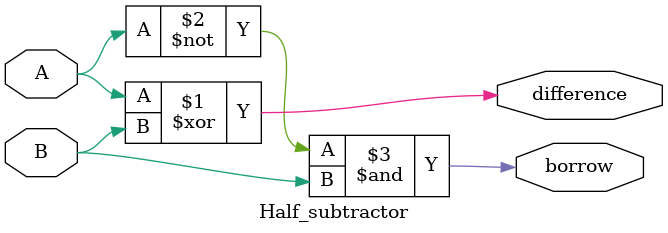
<source format=v>
module Half_subtractor( input A,B, output difference, borrow);

assign difference = A^B;
assign borrow = ~A&B;

endmodule
</source>
